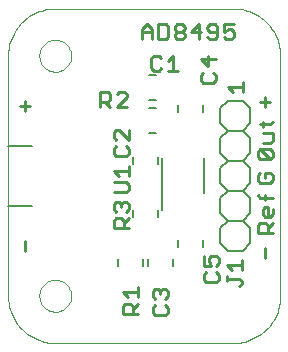
<source format=gto>
G75*
%MOIN*%
%OFA0B0*%
%FSLAX24Y24*%
%IPPOS*%
%LPD*%
%AMOC8*
5,1,8,0,0,1.08239X$1,22.5*
%
%ADD10C,0.0000*%
%ADD11C,0.0039*%
%ADD12C,0.0090*%
%ADD13C,0.0079*%
%ADD14C,0.0050*%
%ADD15C,0.0060*%
D10*
X001194Y001725D02*
X001196Y001771D01*
X001202Y001816D01*
X001212Y001861D01*
X001225Y001904D01*
X001242Y001947D01*
X001263Y001987D01*
X001287Y002026D01*
X001315Y002062D01*
X001346Y002096D01*
X001379Y002128D01*
X001415Y002156D01*
X001453Y002181D01*
X001493Y002203D01*
X001535Y002221D01*
X001578Y002235D01*
X001623Y002246D01*
X001668Y002253D01*
X001714Y002256D01*
X001759Y002255D01*
X001805Y002250D01*
X001850Y002241D01*
X001893Y002229D01*
X001936Y002212D01*
X001977Y002192D01*
X002016Y002169D01*
X002054Y002142D01*
X002088Y002112D01*
X002120Y002080D01*
X002149Y002044D01*
X002175Y002007D01*
X002198Y001967D01*
X002217Y001926D01*
X002232Y001883D01*
X002244Y001838D01*
X002252Y001793D01*
X002256Y001748D01*
X002256Y001702D01*
X002252Y001657D01*
X002244Y001612D01*
X002232Y001567D01*
X002217Y001524D01*
X002198Y001483D01*
X002175Y001443D01*
X002149Y001406D01*
X002120Y001370D01*
X002088Y001338D01*
X002054Y001308D01*
X002016Y001281D01*
X001977Y001258D01*
X001936Y001238D01*
X001893Y001221D01*
X001850Y001209D01*
X001805Y001200D01*
X001759Y001195D01*
X001714Y001194D01*
X001668Y001197D01*
X001623Y001204D01*
X001578Y001215D01*
X001535Y001229D01*
X001493Y001247D01*
X001453Y001269D01*
X001415Y001294D01*
X001379Y001322D01*
X001346Y001354D01*
X001315Y001388D01*
X001287Y001424D01*
X001263Y001463D01*
X001242Y001503D01*
X001225Y001546D01*
X001212Y001589D01*
X001202Y001634D01*
X001196Y001679D01*
X001194Y001725D01*
X001194Y009725D02*
X001196Y009771D01*
X001202Y009816D01*
X001212Y009861D01*
X001225Y009904D01*
X001242Y009947D01*
X001263Y009987D01*
X001287Y010026D01*
X001315Y010062D01*
X001346Y010096D01*
X001379Y010128D01*
X001415Y010156D01*
X001453Y010181D01*
X001493Y010203D01*
X001535Y010221D01*
X001578Y010235D01*
X001623Y010246D01*
X001668Y010253D01*
X001714Y010256D01*
X001759Y010255D01*
X001805Y010250D01*
X001850Y010241D01*
X001893Y010229D01*
X001936Y010212D01*
X001977Y010192D01*
X002016Y010169D01*
X002054Y010142D01*
X002088Y010112D01*
X002120Y010080D01*
X002149Y010044D01*
X002175Y010007D01*
X002198Y009967D01*
X002217Y009926D01*
X002232Y009883D01*
X002244Y009838D01*
X002252Y009793D01*
X002256Y009748D01*
X002256Y009702D01*
X002252Y009657D01*
X002244Y009612D01*
X002232Y009567D01*
X002217Y009524D01*
X002198Y009483D01*
X002175Y009443D01*
X002149Y009406D01*
X002120Y009370D01*
X002088Y009338D01*
X002054Y009308D01*
X002016Y009281D01*
X001977Y009258D01*
X001936Y009238D01*
X001893Y009221D01*
X001850Y009209D01*
X001805Y009200D01*
X001759Y009195D01*
X001714Y009194D01*
X001668Y009197D01*
X001623Y009204D01*
X001578Y009215D01*
X001535Y009229D01*
X001493Y009247D01*
X001453Y009269D01*
X001415Y009294D01*
X001379Y009322D01*
X001346Y009354D01*
X001315Y009388D01*
X001287Y009424D01*
X001263Y009463D01*
X001242Y009503D01*
X001225Y009546D01*
X001212Y009589D01*
X001202Y009634D01*
X001196Y009679D01*
X001194Y009725D01*
D11*
X000150Y009725D02*
X000150Y001725D01*
X000152Y001648D01*
X000158Y001571D01*
X000167Y001494D01*
X000180Y001418D01*
X000197Y001342D01*
X000218Y001268D01*
X000242Y001194D01*
X000270Y001122D01*
X000301Y001052D01*
X000336Y000983D01*
X000374Y000915D01*
X000415Y000850D01*
X000460Y000787D01*
X000508Y000726D01*
X000558Y000667D01*
X000611Y000611D01*
X000667Y000558D01*
X000726Y000508D01*
X000787Y000460D01*
X000850Y000415D01*
X000915Y000374D01*
X000983Y000336D01*
X001052Y000301D01*
X001122Y000270D01*
X001194Y000242D01*
X001268Y000218D01*
X001342Y000197D01*
X001418Y000180D01*
X001494Y000167D01*
X001571Y000158D01*
X001648Y000152D01*
X001725Y000150D01*
X007650Y000150D01*
X007727Y000152D01*
X007804Y000158D01*
X007881Y000167D01*
X007957Y000180D01*
X008033Y000197D01*
X008107Y000218D01*
X008181Y000242D01*
X008253Y000270D01*
X008323Y000301D01*
X008392Y000336D01*
X008460Y000374D01*
X008525Y000415D01*
X008588Y000460D01*
X008649Y000508D01*
X008708Y000558D01*
X008764Y000611D01*
X008817Y000667D01*
X008867Y000726D01*
X008915Y000787D01*
X008960Y000850D01*
X009001Y000915D01*
X009039Y000983D01*
X009074Y001052D01*
X009105Y001122D01*
X009133Y001194D01*
X009157Y001268D01*
X009178Y001342D01*
X009195Y001418D01*
X009208Y001494D01*
X009217Y001571D01*
X009223Y001648D01*
X009225Y001725D01*
X009225Y009725D01*
X009223Y009802D01*
X009217Y009879D01*
X009208Y009956D01*
X009195Y010032D01*
X009178Y010108D01*
X009157Y010182D01*
X009133Y010256D01*
X009105Y010328D01*
X009074Y010398D01*
X009039Y010467D01*
X009001Y010535D01*
X008960Y010600D01*
X008915Y010663D01*
X008867Y010724D01*
X008817Y010783D01*
X008764Y010839D01*
X008708Y010892D01*
X008649Y010942D01*
X008588Y010990D01*
X008525Y011035D01*
X008460Y011076D01*
X008392Y011114D01*
X008323Y011149D01*
X008253Y011180D01*
X008181Y011208D01*
X008107Y011232D01*
X008033Y011253D01*
X007957Y011270D01*
X007881Y011283D01*
X007804Y011292D01*
X007727Y011298D01*
X007650Y011300D01*
X001725Y011300D01*
X001648Y011298D01*
X001571Y011292D01*
X001494Y011283D01*
X001418Y011270D01*
X001342Y011253D01*
X001268Y011232D01*
X001194Y011208D01*
X001122Y011180D01*
X001052Y011149D01*
X000983Y011114D01*
X000915Y011076D01*
X000850Y011035D01*
X000787Y010990D01*
X000726Y010942D01*
X000667Y010892D01*
X000611Y010839D01*
X000558Y010783D01*
X000508Y010724D01*
X000460Y010663D01*
X000415Y010600D01*
X000374Y010535D01*
X000336Y010467D01*
X000301Y010398D01*
X000270Y010328D01*
X000242Y010256D01*
X000218Y010182D01*
X000197Y010108D01*
X000180Y010032D01*
X000167Y009956D01*
X000158Y009879D01*
X000152Y009802D01*
X000150Y009725D01*
D12*
X000725Y008204D02*
X000725Y007870D01*
X000558Y008037D02*
X000892Y008037D01*
X003226Y008025D02*
X003226Y008526D01*
X003477Y008526D01*
X003560Y008442D01*
X003560Y008275D01*
X003477Y008192D01*
X003226Y008192D01*
X003393Y008192D02*
X003560Y008025D01*
X003770Y008025D02*
X004104Y008359D01*
X004104Y008442D01*
X004020Y008526D01*
X003853Y008526D01*
X003770Y008442D01*
X003770Y008025D02*
X004104Y008025D01*
X004175Y007254D02*
X004175Y006920D01*
X003841Y007254D01*
X003758Y007254D01*
X003674Y007170D01*
X003674Y007003D01*
X003758Y006920D01*
X003758Y006710D02*
X003674Y006627D01*
X003674Y006460D01*
X003758Y006376D01*
X004092Y006376D01*
X004175Y006460D01*
X004175Y006627D01*
X004092Y006710D01*
X004175Y006054D02*
X004175Y005720D01*
X004092Y005510D02*
X003674Y005510D01*
X003841Y005720D02*
X003674Y005887D01*
X004175Y005887D01*
X004092Y005510D02*
X004175Y005427D01*
X004175Y005260D01*
X004092Y005176D01*
X003674Y005176D01*
X003758Y004854D02*
X003841Y004854D01*
X003925Y004770D01*
X004008Y004854D01*
X004092Y004854D01*
X004175Y004770D01*
X004175Y004603D01*
X004092Y004520D01*
X004175Y004310D02*
X004008Y004143D01*
X004008Y004227D02*
X004008Y003976D01*
X004175Y003976D02*
X003674Y003976D01*
X003674Y004227D01*
X003758Y004310D01*
X003925Y004310D01*
X004008Y004227D01*
X003758Y004520D02*
X003674Y004603D01*
X003674Y004770D01*
X003758Y004854D01*
X003925Y004770D02*
X003925Y004687D01*
X004475Y002004D02*
X004475Y001670D01*
X004475Y001837D02*
X003974Y001837D01*
X004141Y001670D01*
X004058Y001460D02*
X003974Y001377D01*
X003974Y001126D01*
X004475Y001126D01*
X004308Y001126D02*
X004308Y001377D01*
X004225Y001460D01*
X004058Y001460D01*
X004308Y001293D02*
X004475Y001460D01*
X004974Y001327D02*
X004974Y001160D01*
X005058Y001076D01*
X005392Y001076D01*
X005475Y001160D01*
X005475Y001327D01*
X005392Y001410D01*
X005392Y001620D02*
X005475Y001703D01*
X005475Y001870D01*
X005392Y001954D01*
X005308Y001954D01*
X005225Y001870D01*
X005225Y001787D01*
X005225Y001870D02*
X005141Y001954D01*
X005058Y001954D01*
X004974Y001870D01*
X004974Y001703D01*
X005058Y001620D01*
X005058Y001410D02*
X004974Y001327D01*
X006674Y002260D02*
X006758Y002176D01*
X007092Y002176D01*
X007175Y002260D01*
X007175Y002427D01*
X007092Y002510D01*
X007092Y002720D02*
X007175Y002803D01*
X007175Y002970D01*
X007092Y003054D01*
X006925Y003054D01*
X006841Y002970D01*
X006841Y002887D01*
X006925Y002720D01*
X006674Y002720D01*
X006674Y003054D01*
X006758Y002510D02*
X006674Y002427D01*
X006674Y002260D01*
X007444Y002300D02*
X007862Y002300D01*
X007945Y002217D01*
X007945Y002133D01*
X007862Y002050D01*
X007444Y002217D02*
X007444Y002384D01*
X007611Y002594D02*
X007444Y002761D01*
X007945Y002761D01*
X007945Y002594D02*
X007945Y002928D01*
X008474Y003820D02*
X008474Y004070D01*
X008558Y004154D01*
X008725Y004154D01*
X008808Y004070D01*
X008808Y003820D01*
X008808Y003987D02*
X008975Y004154D01*
X008892Y004364D02*
X008725Y004364D01*
X008641Y004447D01*
X008641Y004614D01*
X008725Y004698D01*
X008808Y004698D01*
X008808Y004364D01*
X008892Y004364D02*
X008975Y004447D01*
X008975Y004614D01*
X008725Y004907D02*
X008725Y005074D01*
X008558Y004991D02*
X008474Y005074D01*
X008558Y004991D02*
X008975Y004991D01*
X008892Y005498D02*
X008558Y005498D01*
X008474Y005581D01*
X008474Y005748D01*
X008558Y005832D01*
X008725Y005832D02*
X008725Y005665D01*
X008725Y005832D02*
X008892Y005832D01*
X008975Y005748D01*
X008975Y005581D01*
X008892Y005498D01*
X008892Y006270D02*
X008558Y006270D01*
X008474Y006353D01*
X008474Y006520D01*
X008558Y006604D01*
X008892Y006270D01*
X008975Y006353D01*
X008975Y006520D01*
X008892Y006604D01*
X008558Y006604D01*
X008641Y006814D02*
X008892Y006814D01*
X008975Y006897D01*
X008975Y007148D01*
X008641Y007148D01*
X008641Y007357D02*
X008641Y007524D01*
X008558Y007441D02*
X008892Y007441D01*
X008975Y007524D01*
X008725Y008020D02*
X008725Y008354D01*
X008558Y008187D02*
X008892Y008187D01*
X007975Y008520D02*
X007975Y008854D01*
X007975Y008687D02*
X007474Y008687D01*
X007641Y008520D01*
X007075Y008910D02*
X007075Y009077D01*
X006992Y009160D01*
X006825Y009370D02*
X006825Y009704D01*
X007075Y009620D02*
X006574Y009620D01*
X006825Y009370D01*
X006658Y009160D02*
X006574Y009077D01*
X006574Y008910D01*
X006658Y008826D01*
X006992Y008826D01*
X007075Y008910D01*
X007045Y010275D02*
X006878Y010275D01*
X006795Y010358D01*
X006878Y010525D02*
X007129Y010525D01*
X007129Y010358D02*
X007129Y010692D01*
X007045Y010776D01*
X006878Y010776D01*
X006795Y010692D01*
X006795Y010609D01*
X006878Y010525D01*
X007045Y010275D02*
X007129Y010358D01*
X007339Y010358D02*
X007422Y010275D01*
X007589Y010275D01*
X007673Y010358D01*
X007673Y010525D01*
X007589Y010609D01*
X007506Y010609D01*
X007339Y010525D01*
X007339Y010776D01*
X007673Y010776D01*
X006585Y010525D02*
X006251Y010525D01*
X006502Y010776D01*
X006502Y010275D01*
X006041Y010358D02*
X005958Y010275D01*
X005791Y010275D01*
X005707Y010358D01*
X005707Y010442D01*
X005791Y010525D01*
X005958Y010525D01*
X006041Y010442D01*
X006041Y010358D01*
X005958Y010525D02*
X006041Y010609D01*
X006041Y010692D01*
X005958Y010776D01*
X005791Y010776D01*
X005707Y010692D01*
X005707Y010609D01*
X005791Y010525D01*
X005498Y010358D02*
X005498Y010692D01*
X005414Y010776D01*
X005164Y010776D01*
X005164Y010275D01*
X005414Y010275D01*
X005498Y010358D01*
X004954Y010275D02*
X004954Y010609D01*
X004787Y010776D01*
X004620Y010609D01*
X004620Y010275D01*
X004620Y010525D02*
X004954Y010525D01*
X005010Y009726D02*
X004926Y009642D01*
X004926Y009308D01*
X005010Y009225D01*
X005177Y009225D01*
X005260Y009308D01*
X005470Y009225D02*
X005804Y009225D01*
X005637Y009225D02*
X005637Y009726D01*
X005470Y009559D01*
X005260Y009642D02*
X005177Y009726D01*
X005010Y009726D01*
X008474Y003820D02*
X008975Y003820D01*
X008725Y003310D02*
X008725Y002976D01*
X000725Y003226D02*
X000725Y003560D01*
D13*
X000937Y004725D02*
X000150Y004725D01*
X000150Y006725D02*
X000937Y006725D01*
X005266Y006315D02*
X005266Y004583D01*
X006683Y005134D02*
X006683Y006315D01*
D14*
X006638Y007857D02*
X006638Y008093D01*
X005811Y008093D02*
X005811Y007857D01*
X005093Y007988D02*
X004857Y007988D01*
X004857Y008261D02*
X005093Y008261D01*
X005093Y009088D02*
X004857Y009088D01*
X004857Y007161D02*
X005093Y007161D01*
X005138Y006343D02*
X005138Y006107D01*
X004311Y006107D02*
X004311Y006343D01*
X004311Y004593D02*
X004311Y004357D01*
X005138Y004357D02*
X005138Y004593D01*
X005811Y003593D02*
X005811Y003357D01*
X005638Y002943D02*
X005638Y002707D01*
X004811Y002707D02*
X004811Y002943D01*
X004638Y002943D02*
X004638Y002707D01*
X003811Y002707D02*
X003811Y002943D01*
X006638Y003357D02*
X006638Y003593D01*
D15*
X007225Y003475D02*
X007225Y003975D01*
X007475Y004225D01*
X007225Y004475D01*
X007225Y004975D01*
X007475Y005225D01*
X007225Y005475D01*
X007225Y005975D01*
X007475Y006225D01*
X007225Y006475D01*
X007225Y006975D01*
X007475Y007225D01*
X007225Y007475D01*
X007225Y007975D01*
X007475Y008225D01*
X007975Y008225D01*
X008225Y007975D01*
X008225Y007475D01*
X007975Y007225D01*
X008225Y006975D01*
X008225Y006475D01*
X007975Y006225D01*
X007475Y006225D01*
X007975Y006225D02*
X008225Y005975D01*
X008225Y005475D01*
X007975Y005225D01*
X008225Y004975D01*
X008225Y004475D01*
X007975Y004225D01*
X008225Y003975D01*
X008225Y003475D01*
X007975Y003225D01*
X007475Y003225D01*
X007225Y003475D01*
X007475Y004225D02*
X007975Y004225D01*
X007975Y005225D02*
X007475Y005225D01*
X007475Y007225D02*
X007975Y007225D01*
M02*

</source>
